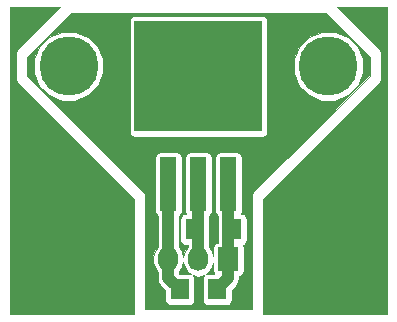
<source format=gbr>
G04 #@! TF.FileFunction,Copper,L2,Bot,Signal*
%FSLAX46Y46*%
G04 Gerber Fmt 4.6, Leading zero omitted, Abs format (unit mm)*
G04 Created by KiCad (PCBNEW 4.0.2-stable) date 2016/07/01 16:43:42*
%MOMM*%
G01*
G04 APERTURE LIST*
%ADD10C,0.100000*%
%ADD11R,1.600000X1.800000*%
%ADD12R,1.727200X2.032000*%
%ADD13O,1.727200X2.032000*%
%ADD14R,1.390000X4.600000*%
%ADD15R,10.800000X9.400000*%
%ADD16C,5.000000*%
%ADD17C,1.000000*%
%ADD18C,0.025400*%
G04 APERTURE END LIST*
D10*
D11*
X-1600000Y-8890000D03*
X1600000Y-8890000D03*
X-330000Y-3810000D03*
X2870000Y-3810000D03*
D12*
X2540000Y-6350000D03*
D13*
X0Y-6350000D03*
X-2540000Y-6350000D03*
D14*
X0Y0D03*
D15*
X0Y9150000D03*
D14*
X-2540000Y0D03*
X2540000Y0D03*
D16*
X-11000000Y10000000D03*
X11000000Y10000000D03*
D17*
X-2540000Y-6350000D02*
X-2540000Y-7950000D01*
X-2540000Y-7950000D02*
X-1600000Y-8890000D01*
X-2540000Y0D02*
X-2540000Y-6350000D01*
X2870000Y-3810000D02*
X2540000Y-4140000D01*
X2540000Y-4140000D02*
X2540000Y-5080000D01*
X2540000Y0D02*
X2540000Y-5080000D01*
X2540000Y-5080000D02*
X2540000Y-6350000D01*
X2540000Y-6350000D02*
X2540000Y-7950000D01*
X2540000Y-7950000D02*
X1600000Y-8890000D01*
X-330000Y-3810000D02*
X0Y-4140000D01*
X0Y-4140000D02*
X0Y-5080000D01*
X0Y0D02*
X0Y-5080000D01*
X0Y-5080000D02*
X0Y-6350000D01*
D18*
G36*
X-15344856Y11344856D02*
X-15450576Y11186635D01*
X-15487700Y11000000D01*
X-15487700Y9000000D01*
X-15450576Y8813365D01*
X-15344856Y8655144D01*
X-5487700Y-1202012D01*
X-5487700Y-10987300D01*
X-15987300Y-10987300D01*
X-15987300Y14987300D01*
X-11702412Y14987300D01*
X-15344856Y11344856D01*
X-15344856Y11344856D01*
G37*
X-15344856Y11344856D02*
X-15450576Y11186635D01*
X-15487700Y11000000D01*
X-15487700Y9000000D01*
X-15450576Y8813365D01*
X-15344856Y8655144D01*
X-5487700Y-1202012D01*
X-5487700Y-10987300D01*
X-15987300Y-10987300D01*
X-15987300Y14987300D01*
X-11702412Y14987300D01*
X-15344856Y11344856D01*
G36*
X15987300Y-10987300D02*
X5487700Y-10987300D01*
X5487700Y-1202012D01*
X15344856Y8655144D01*
X15450576Y8813365D01*
X15487700Y9000000D01*
X15487700Y11000000D01*
X15450576Y11186635D01*
X15344856Y11344856D01*
X11702412Y14987300D01*
X15987300Y14987300D01*
X15987300Y-10987300D01*
X15987300Y-10987300D01*
G37*
X15987300Y-10987300D02*
X5487700Y-10987300D01*
X5487700Y-1202012D01*
X15344856Y8655144D01*
X15450576Y8813365D01*
X15487700Y9000000D01*
X15487700Y11000000D01*
X15450576Y11186635D01*
X15344856Y11344856D01*
X11702412Y14987300D01*
X15987300Y14987300D01*
X15987300Y-10987300D01*
G36*
X14512300Y10797988D02*
X14512300Y9202012D01*
X4655144Y-655144D01*
X4549424Y-813365D01*
X4512300Y-1000000D01*
X4512300Y-10512300D01*
X-4512300Y-10512300D01*
X-4512300Y-6169610D01*
X-3816300Y-6169610D01*
X-3816300Y-6530390D01*
X-3719147Y-7018809D01*
X-3452700Y-7417575D01*
X-3452700Y-7950000D01*
X-3394096Y-8244624D01*
X-3383225Y-8299275D01*
X-3185376Y-8595376D01*
X-2820785Y-8959967D01*
X-2820785Y-9790000D01*
X-2792008Y-9942937D01*
X-2701622Y-10083401D01*
X-2563709Y-10177633D01*
X-2400000Y-10210785D01*
X-800000Y-10210785D01*
X-647063Y-10182008D01*
X-506599Y-10091622D01*
X-412367Y-9953709D01*
X-379215Y-9790000D01*
X-379215Y-7990000D01*
X-407992Y-7837063D01*
X-491285Y-7707622D01*
X-488419Y-7709537D01*
X0Y-7806690D01*
X488419Y-7709537D01*
X495269Y-7704960D01*
X412367Y-7826291D01*
X379215Y-7990000D01*
X379215Y-9790000D01*
X407992Y-9942937D01*
X498378Y-10083401D01*
X636291Y-10177633D01*
X800000Y-10210785D01*
X2400000Y-10210785D01*
X2552937Y-10182008D01*
X2693401Y-10091622D01*
X2787633Y-9953709D01*
X2820785Y-9790000D01*
X2820785Y-8959968D01*
X3185377Y-8595376D01*
X3383225Y-8299275D01*
X3452700Y-7950000D01*
X3452700Y-7777546D01*
X3556537Y-7758008D01*
X3697001Y-7667622D01*
X3791233Y-7529709D01*
X3824385Y-7366000D01*
X3824385Y-5334000D01*
X3795608Y-5181063D01*
X3753183Y-5115133D01*
X3822937Y-5102008D01*
X3963401Y-5011622D01*
X4057633Y-4873709D01*
X4090785Y-4710000D01*
X4090785Y-2910000D01*
X4062008Y-2757063D01*
X3971622Y-2616599D01*
X3833709Y-2522367D01*
X3670000Y-2489215D01*
X3605205Y-2489215D01*
X3622633Y-2463709D01*
X3655785Y-2300000D01*
X3655785Y2300000D01*
X3627008Y2452937D01*
X3536622Y2593401D01*
X3398709Y2687633D01*
X3235000Y2720785D01*
X1845000Y2720785D01*
X1692063Y2692008D01*
X1551599Y2601622D01*
X1457367Y2463709D01*
X1424215Y2300000D01*
X1424215Y-2300000D01*
X1452992Y-2452937D01*
X1543378Y-2593401D01*
X1627300Y-2650742D01*
X1627300Y-4922454D01*
X1523463Y-4941992D01*
X1382999Y-5032378D01*
X1288767Y-5170291D01*
X1255615Y-5334000D01*
X1255615Y-6065620D01*
X1179147Y-5681191D01*
X912700Y-5282425D01*
X912700Y-2650334D01*
X988401Y-2601622D01*
X1082633Y-2463709D01*
X1115785Y-2300000D01*
X1115785Y2300000D01*
X1087008Y2452937D01*
X996622Y2593401D01*
X858709Y2687633D01*
X695000Y2720785D01*
X-695000Y2720785D01*
X-847937Y2692008D01*
X-988401Y2601622D01*
X-1082633Y2463709D01*
X-1115785Y2300000D01*
X-1115785Y-2300000D01*
X-1087008Y-2452937D01*
X-1063664Y-2489215D01*
X-1130000Y-2489215D01*
X-1282937Y-2517992D01*
X-1423401Y-2608378D01*
X-1517633Y-2746291D01*
X-1550785Y-2910000D01*
X-1550785Y-4710000D01*
X-1522008Y-4862937D01*
X-1431622Y-5003401D01*
X-1293709Y-5097633D01*
X-1130000Y-5130785D01*
X-912700Y-5130785D01*
X-912700Y-5282425D01*
X-1179147Y-5681191D01*
X-1270000Y-6137938D01*
X-1360853Y-5681191D01*
X-1627300Y-5282425D01*
X-1627300Y-2650334D01*
X-1551599Y-2601622D01*
X-1457367Y-2463709D01*
X-1424215Y-2300000D01*
X-1424215Y2300000D01*
X-1452992Y2452937D01*
X-1543378Y2593401D01*
X-1681291Y2687633D01*
X-1845000Y2720785D01*
X-3235000Y2720785D01*
X-3387937Y2692008D01*
X-3528401Y2601622D01*
X-3622633Y2463709D01*
X-3655785Y2300000D01*
X-3655785Y-2300000D01*
X-3627008Y-2452937D01*
X-3536622Y-2593401D01*
X-3452700Y-2650742D01*
X-3452700Y-5282425D01*
X-3719147Y-5681191D01*
X-3816300Y-6169610D01*
X-4512300Y-6169610D01*
X-4512300Y-1000000D01*
X-4549424Y-813365D01*
X-4655144Y-655144D01*
X-14512300Y9202012D01*
X-14512300Y9423170D01*
X-13913204Y9423170D01*
X-13470707Y8352244D01*
X-12652066Y7532173D01*
X-11581914Y7087807D01*
X-10423170Y7086796D01*
X-9352244Y7529293D01*
X-8532173Y8347934D01*
X-8087807Y9418086D01*
X-8086796Y10576830D01*
X-8529293Y11647756D01*
X-9347934Y12467827D01*
X-10418086Y12912193D01*
X-11576830Y12913204D01*
X-12647756Y12470707D01*
X-13467827Y11652066D01*
X-13912193Y10581914D01*
X-13913204Y9423170D01*
X-14512300Y9423170D01*
X-14512300Y10797988D01*
X-11460288Y13850000D01*
X-5820785Y13850000D01*
X-5820785Y4450000D01*
X-5812700Y4407032D01*
X-5812700Y4367909D01*
X-5799211Y4335344D01*
X-5792008Y4297063D01*
X-5767721Y4259319D01*
X-5749870Y4216224D01*
X-5722156Y4188510D01*
X-5701622Y4156599D01*
X-5665702Y4132056D01*
X-5633776Y4100130D01*
X-5596194Y4084563D01*
X-5563709Y4062367D01*
X-5522424Y4054007D01*
X-5482091Y4037300D01*
X-5439925Y4037300D01*
X-5400000Y4029215D01*
X5400000Y4029215D01*
X5442968Y4037300D01*
X5482091Y4037300D01*
X5514656Y4050789D01*
X5552937Y4057992D01*
X5590681Y4082279D01*
X5633776Y4100130D01*
X5661490Y4127844D01*
X5693401Y4148378D01*
X5717944Y4184298D01*
X5749870Y4216224D01*
X5765437Y4253806D01*
X5787633Y4286291D01*
X5795993Y4327576D01*
X5812700Y4367909D01*
X5812700Y4410075D01*
X5820785Y4450000D01*
X5820785Y9423170D01*
X8086796Y9423170D01*
X8529293Y8352244D01*
X9347934Y7532173D01*
X10418086Y7087807D01*
X11576830Y7086796D01*
X12647756Y7529293D01*
X13467827Y8347934D01*
X13912193Y9418086D01*
X13913204Y10576830D01*
X13470707Y11647756D01*
X12652066Y12467827D01*
X11581914Y12912193D01*
X10423170Y12913204D01*
X9352244Y12470707D01*
X8532173Y11652066D01*
X8087807Y10581914D01*
X8086796Y9423170D01*
X5820785Y9423170D01*
X5820785Y13850000D01*
X5812700Y13892968D01*
X5812700Y13932091D01*
X5799211Y13964656D01*
X5792008Y14002937D01*
X5767721Y14040681D01*
X5749870Y14083776D01*
X5722156Y14111490D01*
X5701622Y14143401D01*
X5665702Y14167944D01*
X5633776Y14199870D01*
X5596194Y14215437D01*
X5563709Y14237633D01*
X5522424Y14245993D01*
X5482091Y14262700D01*
X5439925Y14262700D01*
X5400000Y14270785D01*
X-5400000Y14270785D01*
X-5442968Y14262700D01*
X-5482091Y14262700D01*
X-5514656Y14249211D01*
X-5552937Y14242008D01*
X-5590681Y14217721D01*
X-5633776Y14199870D01*
X-5661490Y14172156D01*
X-5693401Y14151622D01*
X-5717944Y14115702D01*
X-5749870Y14083776D01*
X-5765437Y14046194D01*
X-5787633Y14013709D01*
X-5795993Y13972424D01*
X-5812700Y13932091D01*
X-5812700Y13889925D01*
X-5820785Y13850000D01*
X-11460288Y13850000D01*
X-10797988Y14512300D01*
X10797988Y14512300D01*
X14512300Y10797988D01*
X14512300Y10797988D01*
G37*
X14512300Y10797988D02*
X14512300Y9202012D01*
X4655144Y-655144D01*
X4549424Y-813365D01*
X4512300Y-1000000D01*
X4512300Y-10512300D01*
X-4512300Y-10512300D01*
X-4512300Y-6169610D01*
X-3816300Y-6169610D01*
X-3816300Y-6530390D01*
X-3719147Y-7018809D01*
X-3452700Y-7417575D01*
X-3452700Y-7950000D01*
X-3394096Y-8244624D01*
X-3383225Y-8299275D01*
X-3185376Y-8595376D01*
X-2820785Y-8959967D01*
X-2820785Y-9790000D01*
X-2792008Y-9942937D01*
X-2701622Y-10083401D01*
X-2563709Y-10177633D01*
X-2400000Y-10210785D01*
X-800000Y-10210785D01*
X-647063Y-10182008D01*
X-506599Y-10091622D01*
X-412367Y-9953709D01*
X-379215Y-9790000D01*
X-379215Y-7990000D01*
X-407992Y-7837063D01*
X-491285Y-7707622D01*
X-488419Y-7709537D01*
X0Y-7806690D01*
X488419Y-7709537D01*
X495269Y-7704960D01*
X412367Y-7826291D01*
X379215Y-7990000D01*
X379215Y-9790000D01*
X407992Y-9942937D01*
X498378Y-10083401D01*
X636291Y-10177633D01*
X800000Y-10210785D01*
X2400000Y-10210785D01*
X2552937Y-10182008D01*
X2693401Y-10091622D01*
X2787633Y-9953709D01*
X2820785Y-9790000D01*
X2820785Y-8959968D01*
X3185377Y-8595376D01*
X3383225Y-8299275D01*
X3452700Y-7950000D01*
X3452700Y-7777546D01*
X3556537Y-7758008D01*
X3697001Y-7667622D01*
X3791233Y-7529709D01*
X3824385Y-7366000D01*
X3824385Y-5334000D01*
X3795608Y-5181063D01*
X3753183Y-5115133D01*
X3822937Y-5102008D01*
X3963401Y-5011622D01*
X4057633Y-4873709D01*
X4090785Y-4710000D01*
X4090785Y-2910000D01*
X4062008Y-2757063D01*
X3971622Y-2616599D01*
X3833709Y-2522367D01*
X3670000Y-2489215D01*
X3605205Y-2489215D01*
X3622633Y-2463709D01*
X3655785Y-2300000D01*
X3655785Y2300000D01*
X3627008Y2452937D01*
X3536622Y2593401D01*
X3398709Y2687633D01*
X3235000Y2720785D01*
X1845000Y2720785D01*
X1692063Y2692008D01*
X1551599Y2601622D01*
X1457367Y2463709D01*
X1424215Y2300000D01*
X1424215Y-2300000D01*
X1452992Y-2452937D01*
X1543378Y-2593401D01*
X1627300Y-2650742D01*
X1627300Y-4922454D01*
X1523463Y-4941992D01*
X1382999Y-5032378D01*
X1288767Y-5170291D01*
X1255615Y-5334000D01*
X1255615Y-6065620D01*
X1179147Y-5681191D01*
X912700Y-5282425D01*
X912700Y-2650334D01*
X988401Y-2601622D01*
X1082633Y-2463709D01*
X1115785Y-2300000D01*
X1115785Y2300000D01*
X1087008Y2452937D01*
X996622Y2593401D01*
X858709Y2687633D01*
X695000Y2720785D01*
X-695000Y2720785D01*
X-847937Y2692008D01*
X-988401Y2601622D01*
X-1082633Y2463709D01*
X-1115785Y2300000D01*
X-1115785Y-2300000D01*
X-1087008Y-2452937D01*
X-1063664Y-2489215D01*
X-1130000Y-2489215D01*
X-1282937Y-2517992D01*
X-1423401Y-2608378D01*
X-1517633Y-2746291D01*
X-1550785Y-2910000D01*
X-1550785Y-4710000D01*
X-1522008Y-4862937D01*
X-1431622Y-5003401D01*
X-1293709Y-5097633D01*
X-1130000Y-5130785D01*
X-912700Y-5130785D01*
X-912700Y-5282425D01*
X-1179147Y-5681191D01*
X-1270000Y-6137938D01*
X-1360853Y-5681191D01*
X-1627300Y-5282425D01*
X-1627300Y-2650334D01*
X-1551599Y-2601622D01*
X-1457367Y-2463709D01*
X-1424215Y-2300000D01*
X-1424215Y2300000D01*
X-1452992Y2452937D01*
X-1543378Y2593401D01*
X-1681291Y2687633D01*
X-1845000Y2720785D01*
X-3235000Y2720785D01*
X-3387937Y2692008D01*
X-3528401Y2601622D01*
X-3622633Y2463709D01*
X-3655785Y2300000D01*
X-3655785Y-2300000D01*
X-3627008Y-2452937D01*
X-3536622Y-2593401D01*
X-3452700Y-2650742D01*
X-3452700Y-5282425D01*
X-3719147Y-5681191D01*
X-3816300Y-6169610D01*
X-4512300Y-6169610D01*
X-4512300Y-1000000D01*
X-4549424Y-813365D01*
X-4655144Y-655144D01*
X-14512300Y9202012D01*
X-14512300Y9423170D01*
X-13913204Y9423170D01*
X-13470707Y8352244D01*
X-12652066Y7532173D01*
X-11581914Y7087807D01*
X-10423170Y7086796D01*
X-9352244Y7529293D01*
X-8532173Y8347934D01*
X-8087807Y9418086D01*
X-8086796Y10576830D01*
X-8529293Y11647756D01*
X-9347934Y12467827D01*
X-10418086Y12912193D01*
X-11576830Y12913204D01*
X-12647756Y12470707D01*
X-13467827Y11652066D01*
X-13912193Y10581914D01*
X-13913204Y9423170D01*
X-14512300Y9423170D01*
X-14512300Y10797988D01*
X-11460288Y13850000D01*
X-5820785Y13850000D01*
X-5820785Y4450000D01*
X-5812700Y4407032D01*
X-5812700Y4367909D01*
X-5799211Y4335344D01*
X-5792008Y4297063D01*
X-5767721Y4259319D01*
X-5749870Y4216224D01*
X-5722156Y4188510D01*
X-5701622Y4156599D01*
X-5665702Y4132056D01*
X-5633776Y4100130D01*
X-5596194Y4084563D01*
X-5563709Y4062367D01*
X-5522424Y4054007D01*
X-5482091Y4037300D01*
X-5439925Y4037300D01*
X-5400000Y4029215D01*
X5400000Y4029215D01*
X5442968Y4037300D01*
X5482091Y4037300D01*
X5514656Y4050789D01*
X5552937Y4057992D01*
X5590681Y4082279D01*
X5633776Y4100130D01*
X5661490Y4127844D01*
X5693401Y4148378D01*
X5717944Y4184298D01*
X5749870Y4216224D01*
X5765437Y4253806D01*
X5787633Y4286291D01*
X5795993Y4327576D01*
X5812700Y4367909D01*
X5812700Y4410075D01*
X5820785Y4450000D01*
X5820785Y9423170D01*
X8086796Y9423170D01*
X8529293Y8352244D01*
X9347934Y7532173D01*
X10418086Y7087807D01*
X11576830Y7086796D01*
X12647756Y7529293D01*
X13467827Y8347934D01*
X13912193Y9418086D01*
X13913204Y10576830D01*
X13470707Y11647756D01*
X12652066Y12467827D01*
X11581914Y12912193D01*
X10423170Y12913204D01*
X9352244Y12470707D01*
X8532173Y11652066D01*
X8087807Y10581914D01*
X8086796Y9423170D01*
X5820785Y9423170D01*
X5820785Y13850000D01*
X5812700Y13892968D01*
X5812700Y13932091D01*
X5799211Y13964656D01*
X5792008Y14002937D01*
X5767721Y14040681D01*
X5749870Y14083776D01*
X5722156Y14111490D01*
X5701622Y14143401D01*
X5665702Y14167944D01*
X5633776Y14199870D01*
X5596194Y14215437D01*
X5563709Y14237633D01*
X5522424Y14245993D01*
X5482091Y14262700D01*
X5439925Y14262700D01*
X5400000Y14270785D01*
X-5400000Y14270785D01*
X-5442968Y14262700D01*
X-5482091Y14262700D01*
X-5514656Y14249211D01*
X-5552937Y14242008D01*
X-5590681Y14217721D01*
X-5633776Y14199870D01*
X-5661490Y14172156D01*
X-5693401Y14151622D01*
X-5717944Y14115702D01*
X-5749870Y14083776D01*
X-5765437Y14046194D01*
X-5787633Y14013709D01*
X-5795993Y13972424D01*
X-5812700Y13932091D01*
X-5812700Y13889925D01*
X-5820785Y13850000D01*
X-11460288Y13850000D01*
X-10797988Y14512300D01*
X10797988Y14512300D01*
X14512300Y10797988D01*
G36*
X-1179147Y-7018809D02*
X-902480Y-7432870D01*
X-654254Y-7598729D01*
X-800000Y-7569215D01*
X-1627300Y-7569215D01*
X-1627300Y-7417575D01*
X-1360853Y-7018809D01*
X-1270000Y-6562062D01*
X-1179147Y-7018809D01*
X-1179147Y-7018809D01*
G37*
X-1179147Y-7018809D02*
X-902480Y-7432870D01*
X-654254Y-7598729D01*
X-800000Y-7569215D01*
X-1627300Y-7569215D01*
X-1627300Y-7417575D01*
X-1360853Y-7018809D01*
X-1270000Y-6562062D01*
X-1179147Y-7018809D01*
G36*
X1255615Y-7366000D02*
X1284392Y-7518937D01*
X1316745Y-7569215D01*
X800000Y-7569215D01*
X658609Y-7595819D01*
X902480Y-7432870D01*
X1179147Y-7018809D01*
X1255615Y-6634380D01*
X1255615Y-7366000D01*
X1255615Y-7366000D01*
G37*
X1255615Y-7366000D02*
X1284392Y-7518937D01*
X1316745Y-7569215D01*
X800000Y-7569215D01*
X658609Y-7595819D01*
X902480Y-7432870D01*
X1179147Y-7018809D01*
X1255615Y-6634380D01*
X1255615Y-7366000D01*
M02*

</source>
